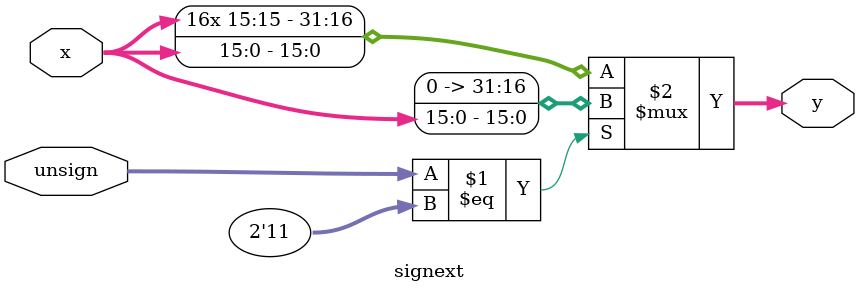
<source format=v>
`timescale 1ns / 1ps


module signext(
    input wire [15:0] x, // source in
	input wire [1:0] unsign, // whether unsigned extension or signed extension ( 11 - unsigned / otherwise - signed )
	output wire [31:0] y    // extension out
);

    // [[ trick ]]
    // when instr[29:28] == 11, andi / xori / lui/ ori - unsigned extension, otherwise signed extension
    // unsigned extension - high bit filled with 0
    // signed extension - high bit filled with highest bit of 16-bit source in
    assign y = (unsign == 2'b11) ? {{16{1'b0}}, x} : {{16{x[15]}}, x};  // unsigned / signed extension ( combinational element without clock )
    
endmodule

</source>
